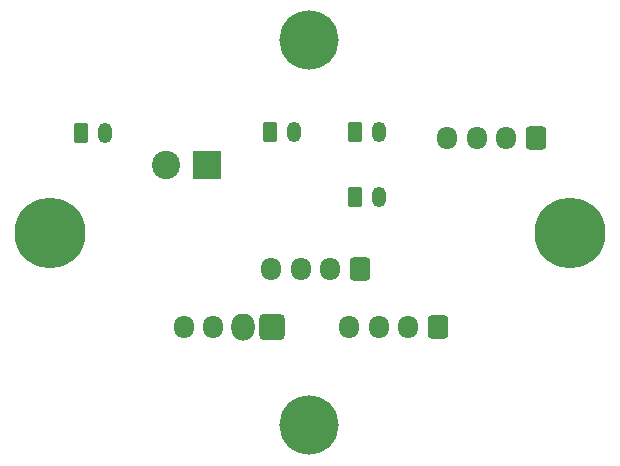
<source format=gbr>
G04 #@! TF.GenerationSoftware,KiCad,Pcbnew,(6.0.11-0)*
G04 #@! TF.CreationDate,2023-05-22T21:08:55+12:00*
G04 #@! TF.ProjectId,head-interface,68656164-2d69-46e7-9465-72666163652e,rev?*
G04 #@! TF.SameCoordinates,PX5f5e100PY5f5e100*
G04 #@! TF.FileFunction,Soldermask,Top*
G04 #@! TF.FilePolarity,Negative*
%FSLAX46Y46*%
G04 Gerber Fmt 4.6, Leading zero omitted, Abs format (unit mm)*
G04 Created by KiCad (PCBNEW (6.0.11-0)) date 2023-05-22 21:08:55*
%MOMM*%
%LPD*%
G01*
G04 APERTURE LIST*
G04 Aperture macros list*
%AMRoundRect*
0 Rectangle with rounded corners*
0 $1 Rounding radius*
0 $2 $3 $4 $5 $6 $7 $8 $9 X,Y pos of 4 corners*
0 Add a 4 corners polygon primitive as box body*
4,1,4,$2,$3,$4,$5,$6,$7,$8,$9,$2,$3,0*
0 Add four circle primitives for the rounded corners*
1,1,$1+$1,$2,$3*
1,1,$1+$1,$4,$5*
1,1,$1+$1,$6,$7*
1,1,$1+$1,$8,$9*
0 Add four rect primitives between the rounded corners*
20,1,$1+$1,$2,$3,$4,$5,0*
20,1,$1+$1,$4,$5,$6,$7,0*
20,1,$1+$1,$6,$7,$8,$9,0*
20,1,$1+$1,$8,$9,$2,$3,0*%
G04 Aperture macros list end*
%ADD10C,5.020000*%
%ADD11O,1.700000X1.950000*%
%ADD12RoundRect,0.250000X0.600000X0.725000X-0.600000X0.725000X-0.600000X-0.725000X0.600000X-0.725000X0*%
%ADD13O,2.000000X2.300000*%
%ADD14RoundRect,0.316176X0.758824X0.758824X-0.758824X0.758824X-0.758824X-0.758824X0.758824X-0.758824X0*%
%ADD15O,1.200000X1.750000*%
%ADD16RoundRect,0.250000X-0.350000X-0.625000X0.350000X-0.625000X0.350000X0.625000X-0.350000X0.625000X0*%
%ADD17C,6.000000*%
%ADD18C,2.400000*%
%ADD19R,2.400000X2.400000*%
G04 APERTURE END LIST*
D10*
G04 #@! TO.C,*
X0Y0D03*
G04 #@! TD*
G04 #@! TO.C,*
X0Y32600000D03*
G04 #@! TD*
D11*
G04 #@! TO.C,J3*
X3375000Y8300000D03*
X5875000Y8300000D03*
X8375000Y8300000D03*
D12*
X10875000Y8300000D03*
G04 #@! TD*
D11*
G04 #@! TO.C,J1*
X-10650000Y8300000D03*
X-8150000Y8300000D03*
D13*
X-5650000Y8300000D03*
D14*
X-3150000Y8300000D03*
G04 #@! TD*
D11*
G04 #@! TO.C,J8*
X11650000Y24350000D03*
X14150000Y24350000D03*
X16650000Y24350000D03*
D12*
X19150000Y24350000D03*
G04 #@! TD*
D15*
G04 #@! TO.C,J6*
X5850000Y24850000D03*
D16*
X3850000Y24850000D03*
G04 #@! TD*
D17*
G04 #@! TO.C,H2*
X22050000Y16250000D03*
G04 #@! TD*
D15*
G04 #@! TO.C,J7*
X-1350000Y24850000D03*
D16*
X-3350000Y24850000D03*
G04 #@! TD*
D18*
G04 #@! TO.C,J5*
X-12150000Y22050000D03*
D19*
X-8650000Y22050000D03*
G04 #@! TD*
D15*
G04 #@! TO.C,J4*
X-17350000Y24750000D03*
D16*
X-19350000Y24750000D03*
G04 #@! TD*
D17*
G04 #@! TO.C,H1*
X-21950000Y16250000D03*
G04 #@! TD*
D15*
G04 #@! TO.C,J9*
X5850000Y19290000D03*
D16*
X3850000Y19290000D03*
G04 #@! TD*
D11*
G04 #@! TO.C,J2*
X-3250000Y13250000D03*
X-750000Y13250000D03*
X1750000Y13250000D03*
D12*
X4250000Y13250000D03*
G04 #@! TD*
M02*

</source>
